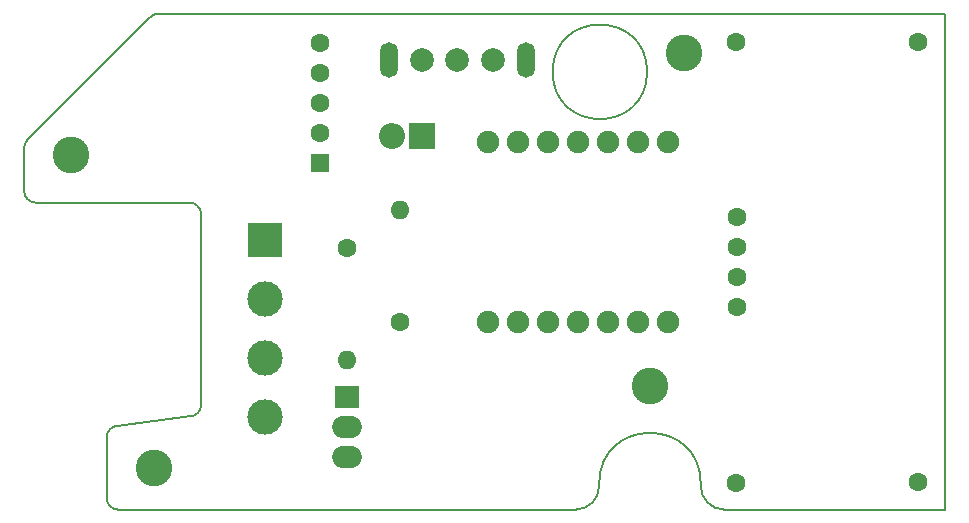
<source format=gbs>
%TF.GenerationSoftware,KiCad,Pcbnew,9.0.1*%
%TF.CreationDate,2025-07-07T12:26:16-04:00*%
%TF.ProjectId,cablight-project,6361626c-6967-4687-942d-70726f6a6563,rev?*%
%TF.SameCoordinates,Original*%
%TF.FileFunction,Soldermask,Bot*%
%TF.FilePolarity,Negative*%
%FSLAX46Y46*%
G04 Gerber Fmt 4.6, Leading zero omitted, Abs format (unit mm)*
G04 Created by KiCad (PCBNEW 9.0.1) date 2025-07-07 12:26:16*
%MOMM*%
%LPD*%
G01*
G04 APERTURE LIST*
%ADD10R,3.000000X3.000000*%
%ADD11C,3.000000*%
%ADD12R,2.200000X2.200000*%
%ADD13O,2.200000X2.200000*%
%ADD14C,1.600000*%
%ADD15O,1.600000X1.600000*%
%ADD16C,1.901600*%
%ADD17O,2.500000X1.900000*%
%ADD18R,2.000000X1.900000*%
%ADD19C,3.100000*%
%ADD20R,1.600000X1.600000*%
%ADD21O,1.500000X3.000000*%
%ADD22C,2.000000*%
%TA.AperFunction,Profile*%
%ADD23C,0.150000*%
%TD*%
G04 APERTURE END LIST*
D10*
%TO.C,J3*%
X-57593000Y-19165000D03*
D11*
X-57593000Y-24165000D03*
X-57593000Y-29165000D03*
X-57593000Y-34165000D03*
%TD*%
D12*
%TO.C,D1*%
X-44258000Y-10402000D03*
D13*
X-46798000Y-10402000D03*
%TD*%
D14*
%TO.C,R4*%
X-46163000Y-26150000D03*
D15*
X-46163000Y-16650000D03*
%TD*%
D14*
%TO.C,R5*%
X-50608000Y-19825000D03*
D15*
X-50608000Y-29325000D03*
%TD*%
D16*
%TO.C,U1*%
X-38670000Y-26150000D03*
X-36130000Y-26150000D03*
X-33590000Y-26150000D03*
X-31050000Y-26150000D03*
X-28510000Y-26150000D03*
X-25970000Y-26150000D03*
X-23430000Y-26150000D03*
X-23430000Y-10910000D03*
X-25970000Y-10910000D03*
X-28510000Y-10910000D03*
X-31050000Y-10910000D03*
X-33590000Y-10910000D03*
X-36130000Y-10910000D03*
X-38670000Y-10910000D03*
%TD*%
D14*
%TO.C,S1*%
X-17588000Y-24880000D03*
X-17588000Y-22340000D03*
X-17588000Y-19800000D03*
X-17588000Y-17260000D03*
X-17700000Y-39720000D03*
X-2300000Y-39695000D03*
X-17700000Y-2420000D03*
X-2300000Y-2420000D03*
%TD*%
D17*
%TO.C,Q1*%
X-50608000Y-35000000D03*
D18*
X-50608000Y-32460000D03*
D17*
X-50608000Y-37540000D03*
%TD*%
D19*
%TO.C,M2.5*%
X-67000000Y-38500000D03*
%TD*%
%TO.C,M2.5*%
X-25000000Y-31500000D03*
%TD*%
%TO.C,M2.5*%
X-74000000Y-12000000D03*
%TD*%
%TO.C,M2.5*%
X-22138000Y-3330000D03*
%TD*%
D20*
%TO.C,P1*%
X-52894000Y-12688000D03*
D14*
X-52894000Y-10148000D03*
X-52894000Y-7608000D03*
X-52894000Y-5068000D03*
X-52894000Y-2528000D03*
%TD*%
D21*
%TO.C,SW3*%
X-47100000Y-3958000D03*
D22*
X-38300000Y-3958000D03*
D21*
X-35500000Y-3958000D03*
D22*
X-41300000Y-3958000D03*
X-44300000Y-3958000D03*
%TD*%
D23*
X-63000000Y-17000000D02*
X-63000000Y-33117218D01*
X-71000000Y-35882782D02*
G75*
G02*
X-70124033Y-34890522I1000000J-18D01*
G01*
X-63000000Y-33117218D02*
G75*
G02*
X-63875967Y-34109478I-1000000J18D01*
G01*
X-18700000Y-42000000D02*
X0Y-42000000D01*
X-78000000Y-11414214D02*
G75*
G02*
X-77707114Y-10707100I1000000J14D01*
G01*
X-29300000Y-39800000D02*
X-29300000Y-40000000D01*
X0Y0D02*
X0Y-42000000D01*
X-29300000Y-39800000D02*
G75*
G02*
X-20700000Y-39800000I4300000J0D01*
G01*
X-77000000Y-16000000D02*
X-64000000Y-16000000D01*
X-18700000Y-42000000D02*
G75*
G02*
X-20700000Y-40000000I0J2000000D01*
G01*
X-67292893Y-292893D02*
X-77707107Y-10707107D01*
X-25238000Y-4930000D02*
G75*
G02*
X-33238000Y-4930000I-4000000J0D01*
G01*
X-33238000Y-4930000D02*
G75*
G02*
X-25238000Y-4930000I4000000J0D01*
G01*
X-78000000Y-11414214D02*
X-78000000Y-15000000D01*
X0Y0D02*
X-66585786Y0D01*
X-64000000Y-16000000D02*
G75*
G02*
X-63000000Y-17000000I0J-1000000D01*
G01*
X-77000000Y-16000000D02*
G75*
G02*
X-78000000Y-15000000I0J1000000D01*
G01*
X-71000000Y-35882782D02*
X-71000000Y-41000000D01*
X-29300000Y-40000000D02*
G75*
G02*
X-31300000Y-42000000I-2000000J0D01*
G01*
X-67292893Y-292893D02*
G75*
G02*
X-66585786Y-39I707093J-707207D01*
G01*
X-70000000Y-42000000D02*
G75*
G02*
X-71000000Y-41000000I0J1000000D01*
G01*
X-31300000Y-42000000D02*
X-70000000Y-42000000D01*
X-63875965Y-34109496D02*
X-70124035Y-34890504D01*
X-20700000Y-40000000D02*
X-20700000Y-39800000D01*
M02*

</source>
